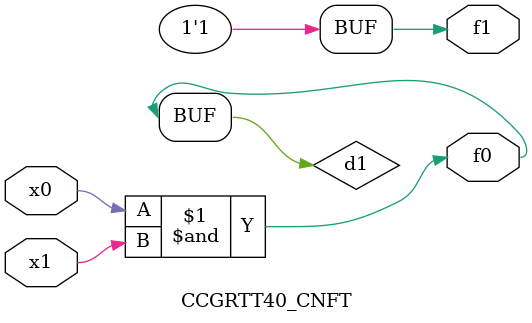
<source format=v>
module CCGRTT40_CNFT(
	input x0, x1,
	output f0, f1
);

	wire d1;

	assign f0 = d1;
	and (d1, x0, x1);
	assign f1 = 1'b1;
endmodule

</source>
